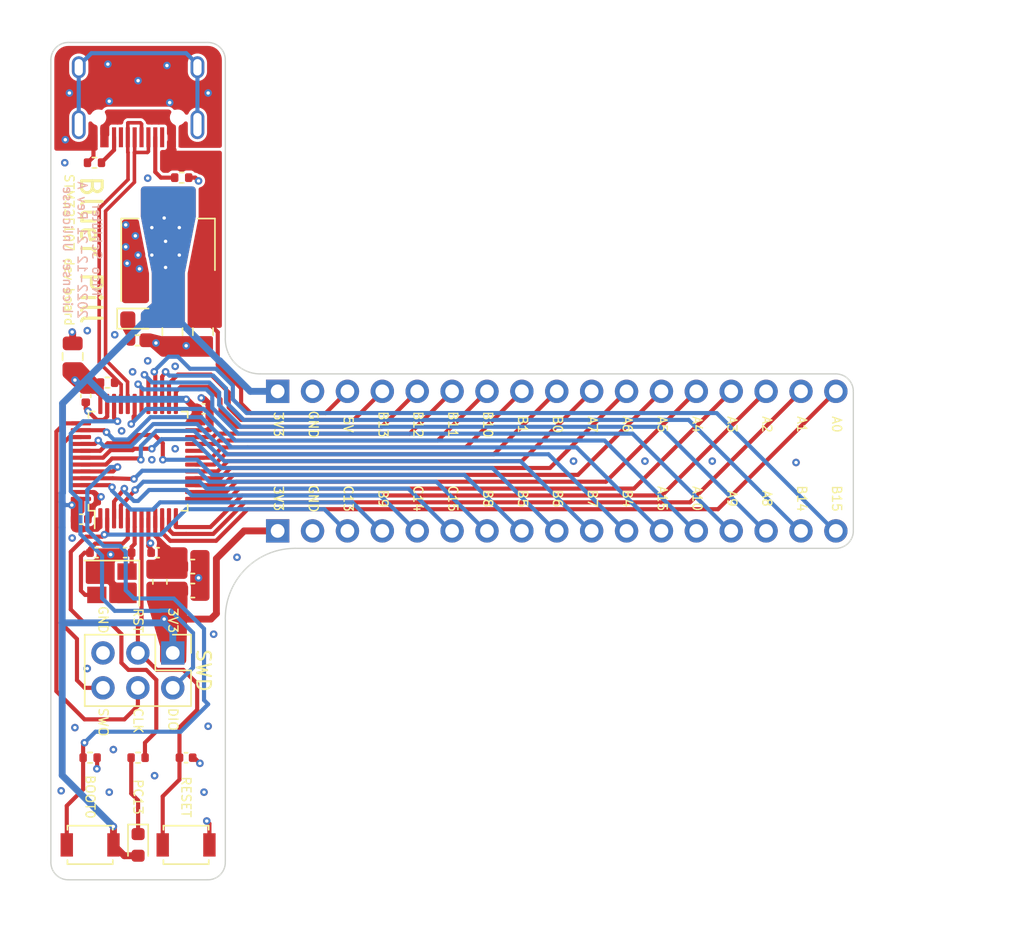
<source format=kicad_pcb>
(kicad_pcb (version 20211014) (generator pcbnew)
  (layers (0 "F.Cu" signal) (1 "In1.Cu" power) (2 "In2.Cu" power) (31 "B.Cu" signal) (34 "B.Paste" user) (35 "F.Paste" user) (36 "B.SilkS" user "B.Silkscreen") (37 "F.SilkS" user "F.Silkscreen") (38 "B.Mask" user) (39 "F.Mask" user) (44 "Edge.Cuts" user))
  (net 0 "")
  (net 1 "+3.3V")
  (net 2 "GND")
  (net 3 "+3.3VA")
  (net 4 "nRST")
  (net 5 "/HSE_IN")
  (net 6 "/HSE_OUT")
  (net 7 "VBUS")
  (net 8 "/PWLED")
  (net 9 "/C13LED")
  (net 10 "PB9")
  (net 11 "PB8")
  (net 12 "PB7")
  (net 13 "PB6")
  (net 14 "PB5")
  (net 15 "PB4")
  (net 16 "SWO")
  (net 17 "PA15")
  (net 18 "PA10")
  (net 19 "PA9")
  (net 20 "PA8")
  (net 21 "PB15")
  (net 22 "PB14")
  (net 23 "PB13")
  (net 24 "PB12")
  (net 25 "PC13")
  (net 26 "PC14")
  (net 27 "PC15")
  (net 28 "PA0")
  (net 29 "PA1")
  (net 30 "PA2")
  (net 31 "PA3")
  (net 32 "PA4")
  (net 33 "PA5")
  (net 34 "PA6")
  (net 35 "PA7")
  (net 36 "PB0")
  (net 37 "PB1")
  (net 38 "PB10")
  (net 39 "PB11")
  (net 40 "/USB_CC1")
  (net 41 "USB_D+")
  (net 42 "USB_D-")
  (net 44 "/USB_CC2")
  (net 46 "unconnected-(J3-PadS1)")
  (net 47 "SWDIO")
  (net 48 "SWCLK")
  (net 50 "BOOT0")
  (footprint "Capacitor_SMD:C_0603_1608Metric" (layer "F.Cu") (at 89.69375 136.42125)
    (fp_text reference "C7" hide)
    (fp_text value "1u")
  )
  (footprint "Button_Switch_SMD:SW_SPST_B3U-1000P" (layer "F.Cu") (at 89.2175 154.94 180)
    (fp_text reference "SW2" hide)
    (fp_text value "SW_Push")
  )
  (footprint "Resistor_SMD:R_0402_1005Metric" (layer "F.Cu") (at 88.9 106.3625)
    (fp_text reference "R3" hide)
    (fp_text value "5k1")
  )
  (footprint "Button_Switch_SMD:SW_SPST_B3U-1000P" (layer "F.Cu") (at 82.2325 154.94)
    (fp_text reference "SW1" hide)
    (fp_text value "SW_Push")
  )
  (footprint "Connector_USB:USB_C_Receptacle_HRO_TYPE-C-31-M-12" (layer "F.Cu") (at 85.725 99.3775 180)
    (fp_text reference "J3" hide)
    (fp_text value "USB_C_Receptacle_USB2.0")
  )
  (footprint "Resistor_SMD:R_0402_1005Metric" (layer "F.Cu") (at 85.6875 118.21)
    (fp_text reference "R5" hide)
    (fp_text value "1k5")
  )
  (footprint "LED_SMD:LED_0603_1608Metric" (layer "F.Cu") (at 85.6875 116.6225)
    (fp_text reference "D1" hide)
    (fp_text value "RED")
  )
  (footprint "Capacitor_SMD:C_0402_1005Metric" (layer "F.Cu") (at 81.585 131.23)
    (fp_text reference "C4" hide)
    (fp_text value "100n")
  )
  (footprint "Resistor_SMD:R_0402_1005Metric" (layer "F.Cu") (at 85.725 148.59)
    (fp_text reference "R6" hide)
    (fp_text value "1k5")
  )
  (footprint "Resistor_SMD:R_0402_1005Metric" (layer "F.Cu") (at 82.2325 148.59 180)
    (fp_text reference "R1" hide)
    (fp_text value "5k1")
  )
  (footprint "LED_SMD:LED_0603_1608Metric" (layer "F.Cu") (at 85.725 154.94 -90)
    (fp_text reference "D2" hide)
    (fp_text value "RED")
  )
  (footprint "Capacitor_SMD:C_0402_1005Metric" (layer "F.Cu") (at 82.705 133.6675)
    (fp_text reference "C9" hide)
    (fp_text value "10p")
  )
  (footprint "Capacitor_SMD:C_0402_1005Metric" (layer "F.Cu") (at 89.2175 148.59)
    (fp_text reference "C8" hide)
    (fp_text value "100n")
  )
  (footprint "Capacitor_SMD:C_0402_1005Metric" (layer "F.Cu") (at 90.4875 123.19)
    (fp_text reference "C2" hide)
    (fp_text value "100n")
  )
  (footprint "Capacitor_SMD:C_0402_1005Metric" (layer "F.Cu") (at 87.15375 133.6675 180)
    (fp_text reference "C5" hide)
    (fp_text value "10n")
  )
  (footprint "Capacitor_SMD:C_0402_1005Metric" (layer "F.Cu") (at 81.915 122.2375 -90)
    (fp_text reference "C3" hide)
    (fp_text value "100n")
  )
  (footprint "Package_TO_SOT_SMD:SOT-223-3_TabPin2" (layer "F.Cu") (at 87.91 111.25 90)
    (fp_text reference "U2" hide)
    (fp_text value "AMS1117-3.3")
  )
  (footprint "Capacitor_SMD:C_0805_2012Metric" (layer "F.Cu") (at 80.9625 119.38 90)
    (fp_text reference "C1" hide)
    (fp_text value "10u")
  )
  (footprint "Resistor_SMD:R_0402_1005Metric" (layer "F.Cu") (at 83.5025 121.285)
    (fp_text reference "R2" hide)
    (fp_text value "1k5")
  )
  (footprint "Crystal:Crystal_SMD_3225-4Pin_3.2x2.5mm" (layer "F.Cu") (at 83.82 135.89 180)
    (fp_text reference "Y1" hide)
    (fp_text value "16MHz")
  )
  (footprint "Resistor_SMD:R_0402_1005Metric" (layer "F.Cu") (at 82.55 105.2775 180)
    (fp_text reference "R4" hide)
    (fp_text value "5k1")
  )
  (footprint "Inductor_SMD:L_0603_1608Metric" (layer "F.Cu") (at 87.3125 135.78625 -90)
    (fp_text reference "FB1" hide)
    (fp_text value "120R")
  )
  (footprint "Connector_PinHeader_2.54mm:PinHeader_2x03_P2.54mm_Vertical" (layer "F.Cu") (at 88.25 140.965 -90)
    (fp_text reference "J4" hide)
    (fp_text value "Conn_02x03_Odd_Even")
  )
  (footprint "Package_QFP:LQFP-48_7x7mm_P0.5mm" (layer "F.Cu") (at 85.725 127 90)
    (fp_text reference "U1" hide)
    (fp_text value "STM32F103C8T6")
  )
  (footprint "Capacitor_SMD:C_0603_1608Metric" (layer "F.Cu") (at 89.69375 134.675)
    (fp_text reference "C6" hide)
    (fp_text value "1u")
  )
  (footprint "Capacitor_SMD:C_0402_1005Metric" (layer "F.Cu") (at 84.7725 133.6675 180)
    (fp_text reference "C10" hide)
    (fp_text value "10p")
  )
  (footprint "Capacitor_SMD:C_0805_2012Metric_Pad1.18x1.45mm_HandSolder" (layer "F.Cu") (at 88.2275 117.575 -90)
    (fp_text reference "C12" hide)
    (fp_text value "22u")
  )
  (footprint "Capacitor_SMD:C_0805_2012Metric_Pad1.18x1.45mm_HandSolder" (layer "F.Cu") (at 90.45 117.575 -90)
    (fp_text reference "C11" hide)
    (fp_text value "22u")
  )
  (footprint "Connector_PinHeader_2.54mm:PinHeader_1x17_P2.54mm_Vertical" (layer "B.Cu") (at 95.885 121.92 -90)
    (fp_text reference "J1" hide)
    (fp_text value "Conn_01x17_Male")
  )
  (footprint "Connector_PinHeader_2.54mm:PinHeader_1x17_P2.54mm_Vertical" (layer "B.Cu") (at 95.885 132.08 -90)
    (fp_text reference "J2" hide)
    (fp_text value "Conn_01x17_Male")
  )
  (gr_arc (start 94.615 120.65) (mid 92.818949 119.906051) (end 92.075 118.11) (layer "Edge.Cuts") (width 0.1))
  (gr_arc (start 137.795 132.08) (mid 137.423026 132.978026) (end 136.525 133.35) (layer "Edge.Cuts") (width 0.1))
  (gr_line (start 80.645 96.52) (end 90.805 96.52) (layer "Edge.Cuts") (width 0.1))
  (gr_arc (start 79.375 97.79) (mid 79.746974 96.891974) (end 80.645 96.52) (layer "Edge.Cuts") (width 0.1))
  (gr_line (start 94.615 120.65) (end 136.525 120.65) (layer "Edge.Cuts") (width 0.1))
  (gr_arc (start 136.525 120.65) (mid 137.423026 121.021974) (end 137.795 121.92) (layer "Edge.Cuts") (width 0.1))
  (gr_line (start 136.525 133.35) (end 97.155 133.35) (layer "Edge.Cuts") (width 0.1))
  (gr_arc (start 90.805 96.52) (mid 91.703026 96.891974) (end 92.075 97.79) (layer "Edge.Cuts") (width 0.1))
  (gr_line (start 137.795 121.92) (end 137.795 132.08) (layer "Edge.Cuts") (width 0.1))
  (gr_arc (start 92.075 156.21) (mid 91.703026 157.108026) (end 90.805 157.48) (layer "Edge.Cuts") (width 0.1))
  (gr_line (start 80.645 157.48) (end 90.805 157.48) (layer "Edge.Cuts") (width 0.1))
  (gr_line (start 92.075 118.11) (end 92.075 97.79) (layer "Edge.Cuts") (width 0.1))
  (gr_line (start 92.075 138.43) (end 92.075 156.21) (layer "Edge.Cuts") (width 0.1))
  (gr_arc (start 92.075 138.43) (mid 93.562898 134.837898) (end 97.155 133.35) (layer "Edge.Cuts") (width 0.1))
  (gr_line (start 79.375 97.79) (end 79.375 156.21) (layer "Edge.Cuts") (width 0.1))
  (gr_arc (start 80.645 157.48) (mid 79.746974 157.108026) (end 79.375 156.21) (layer "Edge.Cuts") (width 0.1))
  (gr_text "Nico Schlüter\n2022-12-21 Rev A\nLicense: Unlicense" (at 81.6575 111.6275 -90) (layer "B.SilkS") (effects (font (size 0.66 0.66) (thickness 0.1)) (justify mirror)))
  (gr_text "B9" (at 103.565 129.725 270) (layer "F.SilkS") (effects (font (size 0.66 0.66) (thickness 0.1))))
  (gr_text "B12" (at 106.105 124.3275 270) (layer "F.SilkS") (effects (font (size 0.66 0.66) (thickness 0.1))))
  (gr_text "B7" (at 118.805 129.725 270) (layer "F.SilkS") (effects (font (size 0.66 0.66) (thickness 0.1))))
  (gr_text "B14" (at 134.045 129.725 270) (layer "F.SilkS") (effects (font (size 0.66 0.66) (thickness 0.1))))
  (gr_text "A7" (at 118.805 124.3275 270) (layer "F.SilkS") (effects (font (size 0.66 0.66) (thickness 0.1))))
  (gr_text "DIO" (at 88.265 145.8 270) (layer "F.SilkS") (effects (font (size 0.66 0.66) (thickness 0.1))))
  (gr_text "GND" (at 98.485 129.725 270) (layer "F.SilkS") (effects (font (size 0.66 0.66) (thickness 0.1))))
  (gr_text "RST" (at 85.725 138.6 270) (layer "F.SilkS") (effects (font (size 0.66 0.66) (thickness 0.1))))
  (gr_text "3V3" (at 95.945 129.725 270) (layer "F.SilkS") (effects (font (size 0.66 0.66) (thickness 0.1))))
  (gr_text "B1" (at 113.725 124.3275 270) (layer "F.SilkS") (effects (font (size 0.66 0.66) (thickness 0.1))))
  (gr_text "A2" (at 131.505 124.3275 270) (layer "F.SilkS") (effects (font (size 0.66 0.66) (thickness 0.1))))
  (gr_text "B6" (at 116.265 129.725 270) (layer "F.SilkS") (effects (font (size 0.66 0.66) (thickness 0.1))))
  (gr_text "SWD" (at 90.4875 142.24 270) (layer "F.SilkS") (effects (font (size 1 1))))
  (gr_text "A4" (at 126.425 124.3275 270) (layer "F.SilkS") (effects (font (size 0.66 0.66) (thickness 0.1))))
  (gr_text "BOOT0" (at 82.2325 151.4475 270) (layer "F.SilkS") (effects (font (size 0.66 0.66) (thickness 0.1))))
  (gr_text "A6" (at 121.345 124.3275 270) (layer "F.SilkS") (effects (font (size 0.66 0.66) (thickness 0.1))))
  (gr_text "B0" (at 116.265 124.3275 270) (layer "F.SilkS") (effects (font (size 0.66 0.66) (thickness 0.1))))
  (gr_text "B15" (at 136.585 129.725 270) (layer "F.SilkS") (effects (font (size 0.66 0.66) (thickness 0.1))))
  (gr_text "SWO" (at 83.185 146 270) (layer "F.SilkS") (effects (font (size 0.66 0.66) (thickness 0.1))))
  (gr_text "A10" (at 126.425 129.725 270) (layer "F.SilkS") (effects (font (size 0.66 0.66) (thickness 0.1))))
  (gr_text "B5" (at 113.725 129.725 270) (layer "F.SilkS") (effects (font (size 0.66 0.66) (thickness 0.1))))
  (gr_text "5V" (at 101.025 124.3275 270) (layer "F.SilkS") (effects (font (size 0.66 0.66) (thickness 0.1))))
  (gr_text "GND" (at 98.485 124.3275 270) (layer "F.SilkS") (effects (font (size 0.66 0.66) (thickness 0.1))))
  (gr_text "RESET" (at 89.2175 151.4475 270) (layer "F.SilkS") (effects (font (size 0.66 0.66) (thickness 0.1))))
  (gr_text "B8" (at 111.185 129.725 270) (layer "F.SilkS") (effects (font (size 0.66 0.66) (thickness 0.1))))
  (gr_text "Bluer Pill" (at 82.2925 111.6275 270) (layer "F.SilkS") (effects (font (size 1.5 1.5) (thickness 0.225))))
  (gr_text "A8" (at 131.505 129.725 270) (layer "F.SilkS") (effects (font (size 0.66 0.66) (thickness 0.1))))
  (gr_text "B10" (at 111.185 124.3275 270) (layer "F.SilkS") (effects (font (size 0.66 0.66) (thickness 0.1))))
  (gr_text "C14" (at 106.105 129.725 270) (layer "F.SilkS") (effects (font (size 0.66 0.66) (thickness 0.1))))
  (gr_text "A9" (at 128.965 129.725 270) (layer "F.SilkS") (effects (font (size 0.66 0.66) (thickness 0.1))))
  (gr_text "C13" (at 101.025 129.725 270) (layer "F.SilkS") (effects (font (size 0.66 0.66) (thickness 0.1))))
  (gr_text "3V3" (at 88.265 138.6 270) (layer "F.SilkS") (effects (font (size 0.66 0.66) (thickness 0.1))))
  (gr_text "PC13" (at 85.725 151.4475 270) (layer "F.SilkS") (effects (font (size 0.66 0.66) (thickness 0.1))))
  (gr_text "A15" (at 123.885 129.725 270) (layer "F.SilkS") (effects (font (size 0.66 0.66) (thickness 0.1))))
  (gr_text "A1" (at 134.045 124.3275 270) (layer "F.SilkS") (effects (font (size 0.66 0.66) (thickness 0.1))))
  (gr_text "B13" (at 103.565 124.3275 270) (layer "F.SilkS") (effects (font (size 0.66 0.66) (thickness 0.1))))
  (gr_text "C15" (at 108.645 129.725 270) (layer "F.SilkS") (effects (font (size 0.66 0.66) (thickness 0.1))))
  (gr_text "3V3" (at 95.945 124.3275 270) (layer "F.SilkS") (effects (font (size 0.66 0.66) (thickness 0.1))))
  (gr_text "A5" (at 123.885 124.3275 270) (layer "F.SilkS") (effects (font (size 0.66 0.66) (thickness 0.1))))
  (gr_text "STM32F107 dev board" (at 80.705 111.6275 270) (layer "F.SilkS") (effects (font (size 0.66 0.66) (thickness 0.1))))
  (gr_text "A0" (at 136.585 124.3275 270) (layer "F.SilkS") (effects (font (size 0.66 0.66) (thickness 0.1))))
  (gr_text "GND" (at 83.175 138.55 270) (layer "F.SilkS") (effects (font (size 0.66 0.66) (thickness 0.1))))
  (gr_text "A3" (at 128.965 124.3275 270) (layer "F.SilkS") (effects (font (size 0.66 0.66) (thickness 0.1))))
  (gr_text "B4" (at 121.345 129.725 270) (layer "F.SilkS") (effects (font (size 0.66 0.66) (thickness 0.1))))
  (gr_text "CLK" (at 85.725 145.9 270) (layer "F.SilkS") (effects (font (size 0.66 0.66) (thickness 0.1))))
  (gr_text "B11" (at 108.645 124.3275 270) (layer "F.SilkS") (effects (font (size 0.66 0.66) (thickness 0.1))))
  (segment (start 91.425 134.1) (end 91.425 138.1) (width 0.5) (layer "F.Cu") (net 1))
  (segment (start 91.025 138.5) (end 87.625 138.5) (width 0.5) (layer "F.Cu") (net 1))
  (segment (start 85.725 155.7275) (end 84.72 155.7275) (width 0.5) (layer "F.Cu") (net 1))
  (segment (start 91.425 138.1) (end 91.025 138.5) (width 0.5) (layer "F.Cu") (net 1))
  (segment (start 89.915 123.19) (end 89.225 122.5) (width 0.5) (layer "F.Cu") (net 1))
  (segment (start 83.9325 153.6075) (end 83.925 153.6) (width 0.5) (layer "F.Cu") (net 1))
  (segment (start 90.0075 123.19) (end 89.915 123.19) (width 0.5) (layer "F.Cu") (net 1))
  (segment (start 83.9325 154.94) (end 83.9325 153.6075) (width 0.5) (layer "F.Cu") (net 1))
  (segment (start 95.885 132.08) (end 93.445 132.08) (width 0.5) (layer "F.Cu") (net 1))
  (segment (start 81.5625 129.75) (end 81.3495 129.75) (width 0.3) (layer "F.Cu") (net 1))
  (segment (start 93.445 132.08) (end 91.425 134.1) (width 0.5) (layer "F.Cu") (net 1))
  (segment (start 84.72 155.7275) (end 83.9325 154.94) (width 0.5) (layer "F.Cu") (net 1))
  (segment (start 81.3495 129.75) (end 80.8995 130.2) (width 0.3) (layer "F.Cu") (net 1))
  (via (at 88.725 110) (size 0.55) (drill 0.25) (layers "F.Cu" "B.Cu") (net 1))
  (via (at 81.125 121.1) (size 0.55) (drill 0.25) (layers "F.Cu" "B.Cu") (net 1))
  (via (at 80.8995 130.2) (size 0.55) (drill 0.25) (layers "F.Cu" "B.Cu") (net 1))
  (via (at 87.725 111) (size 0.55) (drill 0.25) (layers "F.Cu" "B.Cu") (net 1))
  (via (at 86.725 112) (size 0.55) (drill 0.25) (layers "F.Cu" "B.Cu") (net 1))
  (via (at 83.925 153.6) (size 0.55) (drill 0.25) (layers "F.Cu" "B.Cu") (net 1))
  (via (at 87.625 109.3) (size 0.55) (drill 0.25) (layers "F.Cu" "B.Cu") (net 1))
  (via (at 89.225 122.5) (size 0.55) (drill 0.25) (layers "F.Cu" "B.Cu") (net 1))
  (via (at 86.725 110) (size 0.55) (drill 0.25) (layers "F.Cu" "B.Cu") (net 1))
  (via (at 88.725 112) (size 0.55) (drill 0.25) (layers "F.Cu" "B.Cu") (net 1))
  (via (at 87.725 112.9) (size 0.55) (drill 0.25) (layers "F.Cu" "B.Cu") (net 1))
  (via (at 87.625 138.5) (size 0.55) (drill 0.25) (layers "F.Cu" "B.Cu") (net 1))
  (segment (start 93.893529 121.92) (end 91.673529 119.7) (width 0.5) (layer "B.Cu") (net 1))
  (segment (start 80.2 138.775) (end 87.6 138.775) (width 0.5) (layer "B.Cu") (net 1))
  (segment (start 80.8995 130.2) (end 80.425 130.2) (width 0.3) (layer "B.Cu") (net 1))
  (segment (start 80.225 129.3) (end 80.225 122.8) (width 0.5) (layer "B.Cu") (net 1))
  (segment (start 88.325 139.5) (end 88.25 139.575) (width 0.5) (layer "B.Cu") (net 1))
  (segment (start 80.225 122.8) (end 81.525 121.5) (width 0.5) (layer "B.Cu") (net 1))
  (segment (start 80.2 149.875) (end 83.925 153.6) (width 0.5) (layer "B.Cu") (net 1))
  (segment (start 80.2 129.975) (end 80.2 131.825) (width 0.5) (layer "B.Cu") (net 1))
  (segment (start 80.2 131.825) (end 80.2 138.775) (width 0.5) (layer "B.Cu") (net 1))
  (segment (start 80.225 129.3) (end 80.2 129.325) (width 0.5) (layer "B.Cu") (net 1))
  (segment (start 80.425 130.2) (end 80.2 129.975) (width 0.3) (layer "B.Cu") (net 1))
  (segment (start 81.125 121.1) (end 81.525 121.5) (width 0.5) (layer "B.Cu") (net 1))
  (segment (start 91.673529 119.7) (end 91.625 119.7) (width 0.5) (layer "B.Cu") (net 1))
  (segment (start 88.25 139.575) (end 88.25 140.965) (width 0.5) (layer "B.Cu") (net 1))
  (segment (start 87.825 115.9) (end 87.125 115.9) (width 0.5) (layer "B.Cu") (net 1))
  (segment (start 81.525 121.5) (end 82.025 121) (width 0.5) (layer "B.Cu") (net 1))
  (segment (start 80.2 138.775) (end 80.2 149.875) (width 0.5) (layer "B.Cu") (net 1))
  (segment (start 83.525 122.5) (end 82.025 121) (width 0.5) (layer "B.Cu") (net 1))
  (segment (start 89.225 122.5) (end 83.525 122.5) (width 0.5) (layer "B.Cu") (net 1))
  (segment (start 87.125 115.9) (end 82.025 121) (width 0.5) (layer "B.Cu") (net 1))
  (segment (start 95.885 121.92) (end 93.893529 121.92) (width 0.5) (layer "B.Cu") (net 1))
  (segment (start 80.2 129.325) (end 80.2 129.975) (width 0.5) (layer "B.Cu") (net 1))
  (segment (start 91.625 119.7) (end 87.825 115.9) (width 0.5) (layer "B.Cu") (net 1))
  (segment (start 87.6 138.775) (end 88.325 139.5) (width 0.5) (layer "B.Cu") (net 1))
  (segment (start 86.475 133.15) (end 86.475 133.1245) (width 0.3) (layer "F.Cu") (net 2))
  (segment (start 90.425 122.4) (end 90.325 122.4) (width 0.3) (layer "F.Cu") (net 2))
  (segment (start 89.815 148.59) (end 90.225 149) (width 0.3) (layer "F.Cu") (net 2))
  (segment (start 90.9675 123.19) (end 90.9675 122.9425) (width 0.5) (layer "F.Cu") (net 2))
  (segment (start 81.915 122.7175) (end 81.915 123.19) (width 0.3) (layer "F.Cu") (net 2))
  (segment (start 80.9625 118.43) (end 80.9625 117.6375) (width 0.5) (layer "F.Cu") (net 2))
  (segment (start 80.9625 117.6375) (end 80.925 117.6) (width 0.5) (layer "F.Cu") (net 2))
  (segment (start 81.915 123.19) (end 82.725 124) (width 0.3) (layer "F.Cu") (net 2))
  (segment (start 90.9675 122.9425) (end 90.525 122.5) (width 0.5) (layer "F.Cu") (net 2))
  (segment (start 89.8875 106.3625) (end 90.125 106.6) (width 0.3) (layer "F.Cu") (net 2))
  (segment (start 86.475 133.19) (end 86.655 133.37) (width 0.3) (layer "F.Cu") (net 2))
  (segment (start 86.475 131.1625) (end 86.475 133.15) (width 0.3) (layer "F.Cu") (net 2))
  (segment (start 89.41 106.3625) (end 89.8875 106.3625) (width 0.3) (layer "F.Cu") (net 2))
  (segment (start 82.725 124) (end 83.225 124) (width 0.3) (layer "F.Cu") (net 2))
  (segment (start 82.7425 149.3825) (end 82.725 149.4) (width 0.3) (layer "F.Cu") (net 2))
  (segment (start 86.475 133.15) (end 86.475 133.19) (width 0.3) (layer "F.Cu") (net 2))
  (segment (start 90.525 122.5) (end 90.425 122.4) (width 0.3) (layer "F.Cu") (net 2))
  (segment (start 90.9175 154.94) (end 90.9175 153.3925) (width 0.3) (layer "F.Cu") (net 2))
  (segment (start 90.9175 153.3925) (end 90.725 153.2) (width 0.3) (layer "F.Cu") (net 2))
  (segment (start 82.475 104.85) (end 82.475 103.4225) (width 0.3) (layer "F.Cu") (net 2))
  (segment (start 83.475 123.75) (end 83.475 122.8375) (width 0.3) (layer "F.Cu") (net 2))
  (segment (start 82.04 105.285) (end 82.475 104.85) (width 0.3) (layer "F.Cu") (net 2))
  (segment (start 83.225 124) (end 83.475 123.75) (width 0.3) (layer "F.Cu") (net 2))
  (segment (start 82.7425 148.59) (end 82.7425 149.3825) (width 0.3) (layer "F.Cu") (net 2))
  (segment (start 86.475 133.1245) (end 86.625 132.9745) (width 0.3) (layer "F.Cu") (net 2))
  (segment (start 89.6975 148.59) (end 89.815 148.59) (width 0.3) (layer "F.Cu") (net 2))
  (via (at 86.925 149.9) (size 0.55) (drill 0.25) (layers "F.Cu" "B.Cu") (net 2))
  (via (at 84.825 111.4) (size 0.55) (drill 0.25) (layers "F.Cu" "B.Cu") (net 2))
  (via (at 90.125 106.6) (size 0.55) (drill 0.25) (layers "F.Cu" "B.Cu") (net 2))
  (via (at 83.925 148) (size 0.55) (drill 0.25) (layers "F.Cu" "B.Cu") (net 2))
  (via (at 88.025 100.9) (size 0.55) (drill 0.25) (layers "F.Cu" "B.Cu") (net 2))
  (via (at 88.425 126.1) (size 0.55) (drill 0.25) (layers "F.Cu" "B.Cu") (net 2))
  (via (at 85.325 120.5) (size 0.55) (drill 0.25) (layers "F.Cu" "B.Cu") (net 2))
  (via (at 84.825 109.8) (size 0.55) (drill 0.25) (layers "F.Cu" "B.Cu") (net 2))
  (via (at 90.525 151.1) (size 0.55) (drill 0.25) (layers "F.Cu" "B.Cu") (net 2))
  (via (at 90.725 153.2) (size 0.55) (drill 0.25) (layers "F.Cu" "B.Cu") (net 2))
  (via (at 80.3875 105.2775) (size 0.55) (drill 0.25) (layers "F.Cu" "B.Cu") (net 2))
  (via (at 86.425 106.4) (size 0.55) (drill 0.25) (layers "F.Cu" "B.Cu") (net 2))
  (via (at 86.725 126.9) (size 0.55) (drill 0.25) (layers "F.Cu" "B.Cu") (net 2))
  (via (at 92.925 134) (size 0.55) (drill 0.25) (layers "F.Cu" "B.Cu") (net 2))
  (via (at 80.125 151) (size 0.55) (drill 0.25) (layers "F.Cu" "B.Cu") (net 2))
  (via (at 80.425 103.6) (size 0.55) (drill 0.25) (layers "F.Cu" "B.Cu") (net 2))
  (via (at 127.525 127) (size 0.55) (drill 0.25) (layers "F.Cu" "B.Cu") (net 2))
  (via (at 87.825 98.2) (size 0.55) (drill 0.25) (layers "F.Cu" "B.Cu") (net 2))
  (via (at 133.625 127.1) (size 0.55) (drill 0.25) (layers "F.Cu" "B.Cu") (net 2))
  (via (at 80.925 132.6) (size 0.55) (drill 0.25) (layers "F.Cu" "B.Cu") (net 2))
  (via (at 82.725 149.4) (size 0.55) (drill 0.25) (layers "F.Cu" "B.Cu") (net 2))
  (via (at 80.925 117.6) (size 0.55) (drill 0.25) (layers "F.Cu" "B.Cu") (net 2))
  (via (at 83.525 98.1) (size 0.55) (drill 0.25) (layers "F.Cu" "B.Cu") (net 2))
  (via (at 83.625 151.1) (size 0.55) (drill 0.25) (layers "F.Cu" "B.Cu") (net 2))
  (via (at 86.425 119.7) (size 0.55) (drill 0.25) (layers "F.Cu" "B.Cu") (net 2))
  (via (at 84.025 117.8) (size 0.55) (drill 0.25) (layers "F.Cu" "B.Cu") (net 2))
  (via (at 83.025 129.6) (size 0.55) (drill 0.25) (layers "F.Cu" "B.Cu") (net 2))
  (via (at 82.075 123.35) (size 0.55) (drill 0.25) (layers "F.Cu" "B.Cu") (net 2))
  (via (at 85.725 99.3) (size 0.55) (drill 0.25) (layers "F.Cu" "B.Cu") (net 2))
  (via (at 91.225 139.6) (size 0.55) (drill 0.25) (layers "F.Cu" "B.Cu") (net 2))
  (via (at 80.725 100.2) (size 0.55) (drill 0.25) (layers "F.Cu" "B.Cu") (net 2))
  (via (at 90.225 149) (size 0.55) (drill 0.25) (layers "F.Cu" "B.Cu") (net 2))
  (via (at 86.625 132.9745) (size 0.55) (drill 0.25) (layers "F.Cu" "B.Cu") (net 2))
  (via (at 117.425 127) (size 0.55) (drill 0.25) (layers "F.Cu" "B.Cu") (net 2))
  (via (at 85.725 112) (size 0.55) (drill 0.25) (layers "F.Cu" "B.Cu") (net 2))
  (via (at 90.825 100.2) (size 0.55) (drill 0.25) (layers "F.Cu" "B.Cu") (net 2))
  (via (at 83.625 100.8) (size 0.55) (drill 0.25) (layers "F.Cu" "B.Cu") (net 2))
  (via (at 81.125 146.4) (size 0.55) (drill 0.25) (layers "F.Cu" "B.Cu") (net 2))
  (via (at 89.225 118.6) (size 0.55) (drill 0.25) (layers "F.Cu" "B.Cu") (net 2))
  (via (at 90.125 135.5) (size 0.55) (drill 0.25) (layers "F.Cu" "B.Cu") (net 2))
  (via (at 122.625 127) (size 0.55) (drill 0.25) (layers "F.Cu" "B.Cu") (net 2))
  (via (at 84.525 124.8) (size 0.55) (drill 0.25) (layers "F.Cu" "B.Cu") (net 2))
  (via (at 85.825 113) (size 0.55) (drill 0.25) (layers "F.Cu" "B.Cu") (net 2))
  (via (at 88.425 120.1) (size 0.55) (drill 0.25) (layers "F.Cu" "B.Cu") (net 2))
  (via (at 90.825 146.3) (size 0.55) (drill 0.25) (layers "F.Cu" "B.Cu") (net 2))
  (via (at 82.025 142.1) (size 0.55) (drill 0.25) (layers "F.Cu" "B.Cu") (net 2))
  (via (at 83.725 133.8) (size 0.55) (drill 0.25) (layers "F.Cu" "B.Cu") (net 2))
  (via (at 82.025 117.5) (size 0.55) (drill 0.25) (layers "F.Cu" "B.Cu") (net 2))
  (via (at 87.025 118.4) (size 0.55) (drill 0.25) (layers "F.Cu" "B.Cu") (net 2))
  (via (at 90.325 122.4) (size 0.55) (drill 0.25) (layers "F.Cu" "B.Cu") (net 2))
  (via (at 85.525 110.6) (size 0.55) (drill 0.25) (layers "F.Cu" "B.Cu") (net 2))
  (via (at 84.925 112.6) (size 0.55) (drill 0.25) (layers "F.Cu" "B.Cu") (net 2))
  (segment (start 88.7375 148.59) (end 88.7375 146.3875) (width 0.3) (layer "F.Cu") (net 4))
  (segment (start 89.025 142.2) (end 87.085 142.2) (width 0.3) (layer "F.Cu") (net 4))
  (segment (start 88.7375 150.1875) (end 87.5175 151.4075) (width 0.3) (layer "F.Cu") (net 4))
  (segment (start 85.975 138.815) (end 85.975 131.1625) (width 0.3) (layer "F.Cu") (net 4))
  (segment (start 85.71 140.965) (end 85.71 139.08) (width 0.3) (layer "F.Cu") (net 4))
  (segment (start 90.025 143.2) (end 89.025 142.2) (width 0.3) (layer "F.Cu") (net 4))
  (segment (start 88.7375 148.59) (end 88.7375 150.1875) (width 0.3) (layer "F.Cu") (net 4))
  (segment (start 85.71 139.08) (end 85.975 138.815) (width 0.3) (layer "F.Cu") (net 4))
  (segment (start 87.085 142.2) (end 85.85 140.965) (width 0.3) (layer "F.Cu") (net 4))
  (segment (start 90.025 145.1) (end 90.025 143.2) (width 0.3) (layer "F.Cu") (net 4))
  (segment (start 88.7375 146.3875) (end 90.025 145.1) (width 0.3) (layer "F.Cu") (net 4))
  (segment (start 87.5175 151.4075) (end 87.5175 154.94) (width 0.3) (layer "F.Cu") (net 4))
  (segment (start 81.565 133.935) (end 81.565 136.435) (width 0.3) (layer "F.Cu") (net 5))
  (segment (start 82.225 133.6675) (end 81.8325 133.6675) (width 0.3) (layer "F.Cu") (net 5))
  (segment (start 84.975 132.636041) (end 84.603541 133.0075) (width 0.3) (layer "F.Cu") (net 5))
  (segment (start 81.87 136.74) (end 82.72 136.74) (width 0.3) (layer "F.Cu") (net 5))
  (segment (start 82.225 133.375) (end 82.225 133.6675) (width 0.3) (layer "F.Cu") (net 5))
  (segment (start 84.603541 133.0075) (end 82.5925 133.0075) (width 0.3) (layer "F.Cu") (net 5))
  (segment (start 81.565 136.435) (end 81.87 136.74) (width 0.3) (layer "F.Cu") (net 5))
  (segment (start 82.5925 133.0075) (end 82.225 133.375) (width 0.3) (layer "F.Cu") (net 5))
  (segment (start 84.975 131.1625) (end 84.975 132.636041) (width 0.3) (layer "F.Cu") (net 5))
  (segment (start 81.8325 133.6675) (end 81.565 133.935) (width 0.3) (layer "F.Cu") (net 5))
  (segment (start 85.2525 134.7075) (end 84.92 135.04) (width 0.3) (layer "F.Cu") (net 6))
  (segment (start 85.2525 133.6675) (end 85.2525 134.7075) (width 0.3) (layer "F.Cu") (net 6))
  (segment (start 85.475 133.025) (end 85.475 131.7975) (width 0.3) (layer "F.Cu") (net 6))
  (segment (start 85.2525 133.6675) (end 85.2525 133.2475) (width 0.3) (layer "F.Cu") (net 6))
  (segment (start 85.2525 133.2475) (end 85.475 133.025) (width 0.3) (layer "F.Cu") (net 6))
  (segment (start 93.925 123.5) (end 99.385 123.5) (width 0.3) (layer "F.Cu") (net 7))
  (segment (start 91.525 120) (end 93.225 121.7) (width 0.3) (layer "F.Cu") (net 7))
  (segment (start 99.385 123.5) (end 100.965 121.92) (width 0.3) (layer "F.Cu") (net 7))
  (segment (start 93.225 121.7) (end 93.225 122.8) (width 0.3) (layer "F.Cu") (net 7))
  (segment (start 93.225 122.8) (end 93.925 123.5) (width 0.3) (layer "F.Cu") (net 7))
  (segment (start 90.45 116.5375) (end 91.525 117.6125) (width 0.3) (layer "F.Cu") (net 7))
  (segment (start 91.525 117.6125) (end 91.525 120) (width 0.3) (layer "F.Cu") (net 7))
  (segment (start 85.225 151.2) (end 85.725 151.7) (width 0.3) (layer "F.Cu") (net 9))
  (segment (start 85.725 151.7) (end 85.725 154.1525) (width 0.3) (layer "F.Cu") (net 9))
  (segment (start 85.225 148.6) (end 85.225 151.2) (width 0.3) (layer "F.Cu") (net 9))
  (segment (start 85.215 148.59) (end 85.225 148.6) (width 0.3) (layer "F.Cu") (net 9))
  (segment (start 81.5625 128.75) (end 83.675 128.75) (width 0.3) (layer "F.Cu") (net 10))
  (segment (start 83.675 128.75) (end 83.825 128.9) (width 0.3) (layer "F.Cu") (net 10))
  (via (at 83.825 128.9) (size 0.55) (drill 0.25) (layers "F.Cu" "B.Cu") (net 10))
  (segment (start 101.325 130) (end 103.405 132.08) (width 0.3) (layer "B.Cu") (net 10))
  (segment (start 83.825 128.9) (end 83.825 129.15) (width 0.3) (layer "B.Cu") (net 10))
  (segment (start 87.325 130) (end 101.325 130) (width 0.3) (layer "B.Cu") (net 10))
  (segment (start 85.2 130.525) (end 86.8 130.525) (width 0.3) (layer "B.Cu") (net 10))
  (segment (start 86.8 130.525) (end 87.325 130) (width 0.3) (layer "B.Cu") (net 10))
  (segment (start 83.825 129.15) (end 85.2 130.525) (width 0.3) (layer "B.Cu") (net 10))
  (segment (start 83.875 128.25) (end 81.5625 128.25) (width 0.3) (layer "F.Cu") (net 11))
  (segment (start 85.425 128.3) (end 83.875 128.25) (width 0.3) (layer "F.Cu") (net 11))
  (via (at 85.425 128.3) (size 0.55) (drill 0.25) (layers "F.Cu" "B.Cu") (net 11))
  (segment (start 90.117894 127.7) (end 90.917894 128.5) (width 0.3) (layer "B.Cu") (net 11))
  (segment (start 85.425 128.3) (end 86.025 127.7) (width 0.3) (layer "B.Cu") (net 11))
  (segment (start 86.025 127.7) (end 90.117894 127.7) (width 0.3) (layer "B.Cu") (net 11))
  (segment (start 90.917894 128.5) (end 107.445 128.5) (width 0.3) (layer "B.Cu") (net 11))
  (segment (start 107.445 128.5) (end 111.025 132.08) (width 0.3) (layer "B.Cu") (net 11))
  (segment (start 83.382106 127.25) (end 83.828553 126.803553) (width 0.3) (layer "F.Cu") (net 12))
  (segment (start 81.5625 127.25) (end 83.382106 127.25) (width 0.3) (layer "F.Cu") (net 12))
  (segment (start 85.828553 126.803553) (end 85.925 126.9) (width 0.3) (layer "F.Cu") (net 12))
  (segment (start 83.828553 126.803553) (end 85.828553 126.803553) (width 0.3) (layer "F.Cu") (net 12))
  (via (at 85.925 126.9) (size 0.55) (drill 0.25) (layers "F.Cu" "B.Cu") (net 12))
  (segment (start 85.925 125.914213) (end 87.039212 124.8) (width 0.3) (layer "B.Cu") (net 12))
  (segment (start 113.565 127) (end 118.645 132.08) (width 0.3) (layer "B.Cu") (net 12))
  (segment (start 89.810787 124.8) (end 92.010787 127) (width 0.3) (layer "B.Cu") (net 12))
  (segment (start 92.010787 127) (end 113.565 127) (width 0.3) (layer "B.Cu") (net 12))
  (segment (start 87.039212 124.8) (end 89.810787 124.8) (width 0.3) (layer "B.Cu") (net 12))
  (segment (start 85.925 126.9) (end 85.925 125.914213) (width 0.3) (layer "B.Cu") (net 12))
  (segment (start 81.5625 126.75) (end 83.175 126.75) (width 0.3) (layer "F.Cu") (net 13))
  (segment (start 83.175 126.75) (end 83.725 126.2) (width 0.3) (layer "F.Cu") (net 13))
  (segment (start 85.432106 126.1) (end 86.725 126.1) (width 0.3) (layer "F.Cu") (net 13))
  (segment (start 85.332106 126.2) (end 85.432106 126.1) (width 0.3) (layer "F.Cu") (net 13))
  (segment (start 83.725 126.2) (end 85.332106 126.2) (width 0.3) (layer "F.Cu") (net 13))
  (via (at 86.725 126.1) (size 0.55) (drill 0.25) (layers "F.Cu" "B.Cu") (net 13))
  (segment (start 87.425 125.4) (end 89.703681 125.4) (width 0.3) (layer "B.Cu") (net 13))
  (segment (start 89.703681 125.4) (end 91.803681 127.5) (width 0.3) (layer "B.Cu") (net 13))
  (segment (start 111.525 127.5) (end 116.105 132.08) (width 0.3) (layer "B.Cu") (net 13))
  (segment (start 86.725 126.1) (end 87.425 125.4) (width 0.3) (layer "B.Cu") (net 13))
  (segment (start 91.803681 127.5) (end 111.525 127.5) (width 0.3) (layer "B.Cu") (net 13))
  (segment (start 85.125 125.7) (end 85.725 125.1) (width 0.3) (layer "F.Cu") (net 14))
  (segment (start 82.958884 126.25) (end 83.508884 125.7) (width 0.3) (layer "F.Cu") (net 14))
  (segment (start 81.5625 126.25) (end 82.958884 126.25) (width 0.3) (layer "F.Cu") (net 14))
  (segment (start 86.925 125.1) (end 87.525 125.7) (width 0.3) (layer "F.Cu") (net 14))
  (segment (start 85.725 125.1) (end 86.925 125.1) (width 0.3) (layer "F.Cu") (net 14))
  (segment (start 83.508884 125.7) (end 85.125 125.7) (width 0.3) (layer "F.Cu") (net 14))
  (segment (start 87.525 125.7) (end 87.525 126.9) (width 0.3) (layer "F.Cu") (net 14))
  (via (at 87.525 126.9) (size 0.55) (drill 0.25) (layers "F.Cu" "B.Cu") (net 14))
  (segment (start 90.025 126.9) (end 91.125 128) (width 0.3) (layer "B.Cu") (net 14))
  (segment (start 87.525 126.9) (end 90.025 126.9) (width 0.3) (layer "B.Cu") (net 14))
  (segment (start 109.485 128) (end 113.565 132.08) (width 0.3) (layer "B.Cu") (net 14))
  (segment (start 91.125 128) (end 109.485 128) (width 0.3) (layer "B.Cu") (net 14))
  (segment (start 82.575 125.75) (end 82.825 125.5) (width 0.3) (layer "F.Cu") (net 15))
  (segment (start 81.5625 125.75) (end 82.575 125.75) (width 0.3) (layer "F.Cu") (net 15))
  (via (at 82.825 125.5) (size 0.55) (drill 0.25) (layers "F.Cu" "B.Cu") (net 15))
  (segment (start 83.25 125.925) (end 85.207107 125.925) (width 0.3) (layer "B.Cu") (net 15))
  (segment (start 90.025 124.307107) (end 92.217893 126.5) (width 0.3) (layer "B.Cu") (net 15))
  (segment (start 92.217893 126.5) (end 115.605 126.5) (width 0.3) (layer "B.Cu") (net 15))
  (segment (start 82.825 125.5) (end 83.25 125.925) (width 0.3) (layer "B.Cu") (net 15))
  (segment (start 90.025 124.3) (end 90.025 124.307107) (width 0.3) (layer "B.Cu") (net 15))
  (segment (start 86.832106 124.3) (end 90.025 124.3) (width 0.3) (layer "B.Cu") (net 15))
  (segment (start 85.207107 125.925) (end 86.832106 124.3) (width 0.3) (layer "B.Cu") (net 15))
  (segment (start 115.605 126.5) (end 121.185 132.08) (width 0.3) (layer "B.Cu") (net 15))
  (segment (start 80.723959 125.25) (end 80.275 125.698959) (width 0.3) (layer "F.Cu") (net 16))
  (segment (start 81.275 139.95) (end 81.275 142.95) (width 0.3) (layer "F.Cu") (net 16))
  (segment (start 81.5625 125.25) (end 80.723959 125.25) (width 0.3) (layer "F.Cu") (net 16))
  (segment (start 81.275 142.95) (end 81.83 143.505) (width 0.3) (layer "F.Cu") (net 16))
  (segment (start 80.275 138.95) (end 81.275 139.95) (width 0.3) (layer "F.Cu") (net 16))
  (segment (start 81.83 143.505) (end 83.17 143.505) (width 0.3) (layer "F.Cu") (net 16))
  (segment (start 80.275 125.698959) (end 80.275 138.95) (width 0.3) (layer "F.Cu") (net 16))
  (segment (start 83.275 124.75) (end 83.425 124.9) (width 0.3) (layer "F.Cu") (net 17))
  (segment (start 81.5625 124.75) (end 83.275 124.75) (width 0.3) (layer "F.Cu") (net 17))
  (via (at 83.425 124.9) (size 0.55) (drill 0.25) (layers "F.Cu" "B.Cu") (net 17))
  (segment (start 83.425 124.9) (end 83.95 125.425) (width 0.3) (layer "B.Cu") (net 17))
  (segment (start 117.645 126) (end 93.7 126) (width 0.3) (layer "B.Cu") (net 17))
  (segment (start 85 125.425) (end 86.625 123.8) (width 0.3) (layer "B.Cu") (net 17))
  (segment (start 86.625 123.8) (end 90.325 123.8) (width 0.3) (layer "B.Cu") (net 17))
  (segment (start 93.7 126) (end 92.425 126) (width 0.3) (layer "B.Cu") (net 17))
  (segment (start 90.325 123.8) (end 92.525 126) (width 0.3) (layer "B.Cu") (net 17))
  (segment (start 83.95 125.425) (end 85 125.425) (width 0.3) (layer "B.Cu") (net 17))
  (segment (start 123.725 132.08) (end 117.645 126) (width 0.3) (layer "B.Cu") (net 17))
  (segment (start 85.4 123.751041) (end 85.475 123.676041) (width 0.3) (layer "F.Cu") (net 18))
  (segment (start 85.4 124.125) (end 85.4 123.751041) (width 0.3) (layer "F.Cu") (net 18))
  (segment (start 85.475 123.676041) (end 85.475 123.6) (width 0.3) (layer "F.Cu") (net 18))
  (segment (start 85.225 124.3) (end 85.4 124.125) (width 0.3) (layer "F.Cu") (net 18))
  (via (at 85.225 124.3) (size 0.55) (drill 0.25) (layers "F.Cu" "B.Cu") (net 18))
  (segment (start 90.496576 123.2) (end 86.325 123.2) (width 0.3) (layer "B.Cu") (net 18))
  (segment (start 92.796576 125.5) (end 90.496576 123.2) (width 0.3) (layer "B.Cu") (net 18))
  (segment (start 119.685 125.5) (end 92.796576 125.5) (width 0.3) (layer "B.Cu") (net 18))
  (segment (start 126.265 132.08) (end 119.685 125.5) (width 0.3) (layer "B.Cu") (net 18))
  (segment (start 86.325 123.2) (end 85.225 124.3) (width 0.3) (layer "B.Cu") (net 18))
  (segment (start 85.975 121.65) (end 85.725 121.4) (width 0.3) (layer "F.Cu") (net 19))
  (segment (start 85.975 122.8375) (end 85.975 121.65) (width 0.3) (layer "F.Cu") (net 19))
  (via (at 85.725 121.4) (size 0.55) (drill 0.25) (layers "F.Cu" "B.Cu") (net 19))
  (segment (start 86.1 121.775) (end 85.725 121.4) (width 0.3) (layer "B.Cu") (net 19))
  (segment (start 93.003682 125) (end 91.125 123.121318) (width 0.3) (layer "B.Cu") (net 19))
  (segment (start 90.15 121.775) (end 86.1 121.775) (width 0.3) (layer "B.Cu") (net 19))
  (segment (start 90.692894 121.775) (end 91.125 122.207106) (width 0.3) (layer "B.Cu") (net 19))
  (segment (start 91.125 123.121318) (end 91.125 122.207106) (width 0.3) (layer "B.Cu") (net 19))
  (segment (start 128.805 132.08) (end 121.725 125) (width 0.3) (layer "B.Cu") (net 19))
  (segment (start 121.725 125) (end 93.003682 125) (width 0.3) (layer "B.Cu") (net 19))
  (segment (start 90.15 121.775) (end 90.692894 121.775) (width 0.3) (layer "B.Cu") (net 19))
  (segment (start 86.187056 120.711501) (end 86.475 120.999445) (width 0.3) (layer "F.Cu") (net 20))
  (segment (start 86.475 120.999445) (end 86.475 122.8375) (width 0.3) (layer "F.Cu") (net 20))
  (via (at 86.187056 120.711501) (size 0.55) (drill 0.25) (layers "F.Cu" "B.Cu") (net 20))
  (segment (start 86.738851 121.275) (end 86.738851 121.263296) (width 0.3) (layer "B.Cu") (net 20))
  (segment (start 86.738851 121.263296) (end 86.187056 120.711501) (width 0.3) (layer "B.Cu") (net 20))
  (segment (start 86.738851 121.275) (end 90.9 121.275) (width 0.3) (layer "B.Cu") (net 20))
  (segment (start 131.345 132.08) (end 123.765 124.5) (width 0.3) (layer "B.Cu") (net 20))
  (segment (start 93.210788 124.5) (end 91.625 122.914212) (width 0.3) (layer "B.Cu") (net 20))
  (segment (start 90.95 121.325) (end 91.075 121.45) (width 0.3) (layer "B.Cu") (net 20))
  (segment (start 91.175 121.55) (end 91.075 121.45) (width 0.3) (layer "B.Cu") (net 20))
  (segment (start 91.625 122) (end 91.175 121.55) (width 0.3) (layer "B.Cu") (net 20))
  (segment (start 90.9 121.275) (end 91.175 121.55) (width 0.3) (layer "B.Cu") (net 20))
  (segment (start 123.765 124.5) (end 93.210788 124.5) (width 0.3) (layer "B.Cu") (net 20))
  (segment (start 91.625 122.914212) (end 91.625 122) (width 0.3) (layer "B.Cu") (net 20))
  (segment (start 86.975 122.8375) (end 86.975 120.564761) (width 0.3) (layer "F.Cu") (net 21))
  (segment (start 86.975 120.564761) (end 86.904335 120.494096) (width 0.3) (layer "F.Cu") (net 21))
  (via (at 86.904335 120.494096) (size 0.55) (drill 0.25) (layers "F.Cu" "B.Cu") (net 21))
  (segment (start 87.941116 119.4) (end 86.904335 120.436781) (width 0.3) (layer "B.Cu") (net 21))
  (segment (start 88.625 119.4) (end 87.941116 119.4) (width 0.3) (layer "B.Cu") (net 21))
  (segment (start 92.625 121.5) (end 91.400001 120.275) (width 0.3) (layer "B.Cu") (net 21))
  (segment (start 91.400001 120.275) (end 89.5 120.275) (width 0.3) (layer "B.Cu") (net 21))
  (segment (start 93.625 123.5) (end 92.625 122.5) (width 0.3) (layer "B.Cu") (net 21))
  (segment (start 92.625 122.5) (end 92.625 121.5) (width 0.3) (layer "B.Cu") (net 21))
  (segment (start 127.845 123.5) (end 93.625 123.5) (width 0.3) (layer "B.Cu") (net 21))
  (segment (start 86.904335 120.436781) (end 86.904335 120.494096) (width 0.3) (layer "B.Cu") (net 21))
  (segment (start 89.5 120.275) (end 88.625 119.4) (width 0.3) (layer "B.Cu") (net 21))
  (segment (start 136.425 132.08) (end 127.845 123.5) (width 0.3) (layer "B.Cu") (net 21))
  (segment (start 87.475 120.85) (end 87.475 122.8375) (width 0.3) (layer "F.Cu") (net 22))
  (segment (start 87.725 120.5) (end 87.475 120.85) (width 0.3) (layer "F.Cu") (net 22))
  (via (at 87.725 120.5) (size 0.55) (drill 0.25) (layers "F.Cu" "B.Cu") (net 22))
  (segment (start 87.725 120.5) (end 88 120.775) (width 0.3) (layer "B.Cu") (net 22))
  (segment (start 92.125 122.707106) (end 93.417894 124) (width 0.3) (layer "B.Cu") (net 22))
  (segment (start 91.192894 120.775) (end 92.125 121.707106) (width 0.3) (layer "B.Cu") (net 22))
  (segment (start 93.417894 124) (end 125.805 124) (width 0.3) (layer "B.Cu") (net 22))
  (segment (start 92.125 121.707106) (end 92.125 122.707106) (width 0.3) (layer "B.Cu") (net 22))
  (segment (start 125.805 124) (end 133.885 132.08) (width 0.3) (layer "B.Cu") (net 22))
  (segment (start 88 120.775) (end 91.192894 120.775) (width 0.3) (layer "B.Cu") (net 22))
  (segment (start 92.325 122) (end 92.325 122.3) (width 0.3) (layer "F.Cu") (net 23))
  (segment (start 92.325 123.1) (end 92.325 122.3) (width 0.3) (layer "F.Cu") (net 23))
  (segment (start 87.975 122.8375) (end 87.975 121.99896) (width 0.3) (layer "F.Cu") (net 23))
  (segment (start 88.625 120.7) (end 91.025 120.7) (width 0.3) (layer "F.Cu") (net 23))
  (segment (start 101.425 124) (end 93.225 124) (width 0.3) (layer "F.Cu") (net 23))
  (segment (start 87.975 121.99896) (end 87.975 121.35) (width 0.3) (layer "F.Cu") (net 23))
  (segment (start 87.975 121.35) (end 88.625 120.7) (width 0.3) (layer "F.Cu") (net 23))
  (segment (start 93.225 124) (end 92.325 123.1) (width 0.3) (layer "F.Cu") (net 23))
  (segment (start 103.505 121.92) (end 101.425 124) (width 0.3) (layer "F.Cu") (net 23))
  (segment (start 91.025 120.7) (end 92.325 122) (width 0.3) (layer "F.Cu") (net 23))
  (segment (start 103.465 124.5) (end 106.045 121.92) (width 0.3) (layer "F.Cu") (net 24))
  (segment (start 88.475 122.8375) (end 88.475 121.95) (width 0.3) (layer "F.Cu") (net 24))
  (segment (start 91.725 123.3) (end 92.925 124.5) (width 0.3) (layer "F.Cu") (net 24))
  (segment (start 88.475 121.95) (end 88.825 121.6) (width 0.3) (layer "F.Cu") (net 24))
  (segment (start 90.825 121.6) (end 91.725 122.5) (width 0.3) (layer "F.Cu") (net 24))
  (segment (start 92.925 124.5) (end 103.465 124.5) (width 0.3) (layer "F.Cu") (net 24))
  (segment (start 88.825 121.6) (end 90.825 121.6) (width 0.3) (layer "F.Cu") (net 24))
  (segment (start 91.725 122.5) (end 91.725 123.3) (width 0.3) (layer "F.Cu") (net 24))
  (segment (start 87.05 142.925) (end 87.05 146.675) (width 0.3) (layer "F.Cu") (net 25))
  (segment (start 86.225 148.58) (end 86.235 148.59) (width 0.3) (layer "F.Cu") (net 25))
  (segment (start 83.475 132.15) (end 83.125 132.5) (width 0.3) (layer "F.Cu") (net 25))
  (segment (start 80.825 133.6) (end 80.825 137.8) (width 0.3) (layer "F.Cu") (net 25))
  (segment (start 86.325 142.2) (end 87.05 142.925) (width 0.3) (layer "F.Cu") (net 25))
  (segment (start 83.475 131.1625) (end 83.475 132.15) (width 0.3) (layer "F.Cu") (net 25))
  (segment (start 81.925 132.5) (end 80.825 133.6) (width 0.3) (layer "F.Cu") (net 25))
  (segment (start 83.725 138.8) (end 84.51 139.585) (width 0.3) (layer "F.Cu") (net 25))
  (segment (start 84.51 139.585) (end 84.51 141.685) (width 0.3) (layer "F.Cu") (net 25))
  (segment (start 80.825 137.8) (end 81.825 138.8) (width 0.3) (layer "F.Cu") (net 25))
  (segment (start 85.025 142.2) (end 86.325 142.2) (width 0.3) (layer "F.Cu") (net 25))
  (segment (start 87.05 146.675) (end 86.225 147.5) (width 0.3) (layer "F.Cu") (net 25))
  (segment (start 83.125 132.5) (end 81.925 132.5) (width 0.3) (layer "F.Cu") (net 25))
  (segment (start 84.51 141.685) (end 85.025 142.2) (width 0.3) (layer "F.Cu") (net 25))
  (segment (start 81.825 138.8) (end 83.725 138.8) (width 0.3) (layer "F.Cu") (net 25))
  (segment (start 86.225 147.5) (end 86.225 148.58) (width 0.3) (layer "F.Cu") (net 25))
  (via (at 83.275 132.35) (size 0.55) (drill 0.25) (layers "F.Cu" "B.Cu") (net 25))
  (segment (start 87.375 132.35) (end 89.225 130.5) (width 0.3) (layer "B.Cu") (net 25))
  (segment (start 83.275 132.35) (end 87.375 132.35) (width 0.3) (layer "B.Cu") (net 25))
  (segment (start 89.225 130.5) (end 99.285 130.5) (width 0.3) (layer "B.Cu") (net 25))
  (segment (start 99.285 130.5) (end 100.865 132.08) (width 0.3) (layer "B.Cu") (net 25))
  (segment (start 84.725 129) (end 83.975 129.95) (width 0.3) (layer "F.Cu") (net 26))
  (segment (start 83.975 129.95) (end 83.975 131.1625) (width 0.3) (layer "F.Cu") (net 26))
  (via (at 84.725 129) (size 0.55) (drill 0.25) (layers "F.Cu" "B.Cu") (net 26))
  (segment (start 103.365 129.5) (end 89.625 129.5) (width 0.3) (layer "B.Cu") (net 26))
  (segment (start 89.225 129.1) (end 86.525 129.1) (width 0.3) (layer "B.Cu") (net 26))
  (segment (start 85.725 129.9) (end 85.425 129.9) (width 0.3) (layer "B.Cu") (net 26))
  (segment (start 86.525 129.1) (end 85.725 129.9) (width 0.3) (layer "B.Cu") (net 26))
  (segment (start 84.725 129.2) (end 84.725 129) (width 0.3) (layer "B.Cu") (net 26))
  (segment (start 105.945 132.08) (end 103.365 129.5) (width 0.3) (layer "B.Cu") (net 26))
  (segment (start 89.625 129.5) (end 89.225 129.1) (width 0.3) (layer "B.Cu") (net 26))
  (segment (start 85.425 129.9) (end 84.725 129.2) (width 0.3) (layer "B.Cu") (net 26))
  (segment (start 84.725 129.983884) (end 84.475 130.233884) (width 0.3) (layer "F.Cu") (net 27))
  (segment (start 84.475 130.233884) (end 84.475 131.1625) (width 0.3) (layer "F.Cu") (net 27))
  (segment (start 85.508884 129.1) (end 84.725 129.983884) (width 0.3) (layer "F.Cu") (net 27))
  (via (at 85.508884 129.1) (size 0.55) (drill 0.25) (layers "F.Cu" "B.Cu") (net 27))
  (segment (start 90.210788 128.5) (end 90.710788 129) (width 0.3) (layer "B.Cu") (net 27))
  (segment (start 86.108884 128.5) (end 90.210788 128.5) (width 0.3) (layer "B.Cu") (net 27))
  (segment (start 105.405 129) (end 108.485 132.08) (width 0.3) (layer "B.Cu") (net 27))
  (segment (start 90.710788 129) (end 105.405 129) (width 0.3) (layer "B.Cu") (net 27))
  (segment (start 85.508884 129.1) (end 86.108884 128.5) (width 0.3) (layer "B.Cu") (net 27))
  (segment (start 93.703168 130.5) (end 91.403168 132.8) (width 0.3) (layer "F.Cu") (net 28))
  (segment (start 88.064999 132.8) (end 87.475 132.210001) (width 0.3) (layer "F.Cu") (net 28))
  (segment (start 91.403168 132.8) (end 88.064999 132.8) (width 0.3) (layer "F.Cu") (net 28))
  (segment (start 127.945 130.5) (end 93.703168 130.5) (width 0.3) (layer "F.Cu") (net 28))
  (segment (start 87.475 132.210001) (end 87.475 131.1625) (width 0.3) (layer "F.Cu") (net 28))
  (segment (start 136.525 121.92) (end 127.945 130.5) (width 0.3) (layer "F.Cu") (net 28))
  (segment (start 133.985 121.92) (end 125.905 130) (width 0.3) (layer "F.Cu") (net 29))
  (segment (start 91.196062 132.3) (end 89.225 132.3) (width 0.3) (layer "F.Cu") (net 29))
  (segment (start 88.272105 132.3) (end 89.225 132.3) (width 0.3) (layer "F.Cu") (net 29))
  (segment (start 125.905 130) (end 93.496062 130) (width 0.3) (layer "F.Cu") (net 29))
  (segment (start 87.975 132.002895) (end 88.272105 132.3) (width 0.3) (layer "F.Cu") (net 29))
  (segment (start 93.496062 130) (end 91.196062 132.3) (width 0.3) (layer "F.Cu") (net 29))
  (segment (start 87.975 131.1625) (end 87.975 132.002895) (width 0.3) (layer "F.Cu") (net 29))
  (segment (start 90.988956 131.8) (end 88.525 131.8) (width 0.3) (layer "F.Cu") (net 30))
  (segment (start 88.525 131.8) (end 88.475 131.75) (width 0.3) (layer "F.Cu") (net 30))
  (segment (start 131.445 121.92) (end 123.865 129.5) (width 0.3) (layer "F.Cu") (net 30))
  (segment (start 88.475 131.75) (end 88.475 131.1625) (width 0.3) (layer "F.Cu") (net 30))
  (segment (start 88.475 131.1625) (end 88.475 131.795788) (width 0.3) (layer "F.Cu") (net 30))
  (segment (start 123.865 129.5) (end 93.288956 129.5) (width 0.3) (layer "F.Cu") (net 30))
  (segment (start 93.288956 129.5) (end 90.988956 131.8) (width 0.3) (layer "F.Cu") (net 30))
  (segment (start 121.825 129) (end 93.08185 129) (width 0.3) (layer "F.Cu") (net 31))
  (segment (start 93.08185 129) (end 92.33185 129.75) (width 0.3) (layer "F.Cu") (net 31))
  (segment (start 128.905 121.92) (end 121.825 129) (width 0.3) (layer "F.Cu") (net 31))
  (segment (start 92.33185 129.75) (end 89.8875 129.75) (width 0.3) (layer "F.Cu") (net 31))
  (segment (start 126.365 121.92) (end 119.785 128.5) (width 0.3) (layer "F.Cu") (net 32))
  (segment (start 92.124744 129.25) (end 89.8875 129.25) (width 0.3) (layer "F.Cu") (net 32))
  (segment (start 92.874744 128.5) (end 92.124744 129.25) (width 0.3) (layer "F.Cu") (net 32))
  (segment (start 119.785 128.5) (end 92.874744 128.5) (width 0.3) (layer "F.Cu") (net 32))
  (segment (start 117.745 128) (end 92.667638 128) (width 0.3) (layer "F.Cu") (net 33))
  (segment (start 92.667638 128) (end 91.917638 128.75) (width 0.3) (layer "F.Cu") (net 33))
  (segment (start 91.917638 128.75) (end 89.8875 128.75) (width 0.3) (layer "F.Cu") (net 33))
  (segment (start 123.825 121.92) (end 117.745 128) (width 0.3) (layer "F.Cu") (net 33))
  (segment (start 92.460532 127.5) (end 91.710532 128.25) (width 0.3) (layer "F.Cu") (net 34))
  (segment (start 115.705 127.5) (end 92.460532 127.5) (width 0.3) (layer "F.Cu") (net 34))
  (segment (start 91.710532 128.25) (end 89.8875 128.25) (width 0.3) (layer "F.Cu") (net 34))
  (segment (start 121.285 121.92) (end 115.705 127.5) (width 0.3) (layer "F.Cu") (net 34))
  (segment (start 92.253426 127) (end 91.503426 127.75) (width 0.3) (layer "F.Cu") (net 35))
  (segment (start 91.503426 127.75) (end 89.8875 127.75) (width 0.3) (layer "F.Cu") (net 35))
  (segment (start 118.745 121.92) (end 113.665 127) (width 0.3) (layer "F.Cu") (net 35))
  (segment (start 113.665 127) (end 92.253426 127) (width 0.3) (layer "F.Cu") (net 35))
  (segment (start 92.04632 126.5) (end 91.29632 127.25) (width 0.3) (layer "F.Cu") (net 36))
  (segment (start 111.625 126.5) (end 92.04632 126.5) (width 0.3) (layer "F.Cu") (net 36))
  (segment (start 91.29632 127.25) (end 89.8875 127.25) (width 0.3) (layer "F.Cu") (net 36))
  (segment (start 116.205 121.92) (end 111.625 126.5) (width 0.3) (layer "F.Cu") (net 36))
  (segment (start 113.665 121.92) (end 109.585 126) (width 0.3) (layer "F.Cu") (net 37))
  (segment (start 91.839214 126) (end 91.089214 126.75) (width 0.3) (layer "F.Cu") (net 37))
  (segment (start 91.089214 126.75) (end 89.8875 126.75) (width 0.3) (layer "F.Cu") (net 37))
  (segment (start 109.585 126) (end 91.839214 126) (width 0.3) (layer "F.Cu") (net 37))
  (segment (start 111.125 121.92) (end 107.545 125.5) (width 0.3) (layer "F.Cu") (net 38))
  (segment (start 107.545 125.5) (end 91.632107 125.5) (width 0.3) (layer "F.Cu") (net 38))
  (segment (start 91.382107 125.75) (end 89.8875 125.75) (width 0.3) (layer "F.Cu") (net 38))
  (segment (start 91.632107 125.5) (end 91.382107 125.75) (width 0.3) (layer "F.Cu") (net 38))
  (segment (start 108.585 121.92) (end 105.505 125) (width 0.3) (layer "F.Cu") (net 39))
  (segment (start 91.425 125) (end 91.175 125.25) (width 0.3) (layer "F.Cu") (net 39))
  (segment (start 91.175 125.25) (end 89.8875 125.25) (width 0.3) (layer "F.Cu") (net 39))
  (segment (start 105.505 125) (end 91.425 125) (width 0.3) (layer "F.Cu") (net 39))
  (segment (start 86.975 103.4225) (end 86.975 105.95) (width 0.3) (layer "F.Cu") (net 40))
  (segment (start 87.3875 106.3625) (end 88.39 106.3625) (width 0.3) (layer "F.Cu") (net 40))
  (segment (start 86.975 105.95) (end 87.3875 106.3625) (width 0.3) (layer "F.Cu") (net 40))
  (segment (start 84.975 104.510001) (end 84.975 103.4225) (width 0.261112) (layer "F.Cu") (net 41))
  (segment (start 84.492843 122.819657) (end 84.492843 121.423069) (width 0.261112) (layer "F.Cu") (net 41))
  (segment (start 84.992844 106.503836) (end 84.992844 104.527845) (width 0.261112) (layer "F.Cu") (net 41))
  (segment (start 84.994444 102.366944) (end 85.891944 102.366944) (width 0.261112) (layer "F.Cu") (net 41))
  (segment (start 84.992844 104.527845) (end 84.975 104.510001) (width 0.261112) (layer "F.Cu") (net 41))
  (segment (start 82.892844 119.82307) (end 82.892844 108.603836) (width 0.261112) (layer "F.Cu") (net 41))
  (segment (start 84.492843 121.423069) (end 82.892844 119.82307) (width 0.261112) (layer "F.Cu") (net 41))
  (segment (start 85.975 102.45) (end 85.975 103.4225) (width 0.261112) (layer "F.Cu") (net 41))
  (segment (start 84.975 103.4225) (end 84.975 102.386388) (width 0.261112) (layer "F.Cu") (net 41))
  (segment (start 82.892844 108.603836) (end 84.992844 106.503836) (width 0.261112) (layer "F.Cu") (net 41))
  (segment (start 85.891944 102.366944) (end 85.975 102.45) (width 0.261112) (layer "F.Cu") (net 41))
  (segment (start 84.975 102.386388) (end 84.994444 102.366944) (width 0.261112) (layer "F.Cu") (net 41))
  (segment (start 84.957157 122.819657) (end 84.957157 121.230743) (width 0.261112) (layer "F.Cu") (net 42))
  (segment (start 85.457156 104.527845) (end 85.475 104.510001) (width 0.261112) (layer "F.Cu") (net 42))
  (segment (start 83.357156 108.796164) (end 85.457156 106.696164) (width 0.261112) (layer "F.Cu") (net 42))
  (segment (start 84.975 122.8375) (end 84.957157 122.819657) (width 0.261112) (layer "F.Cu") (net 42))
  (segment (start 86.475 104.458612) (end 86.405767 104.527845) (width 0.261112) (layer "F.Cu") (net 42))
  (segment (start 85.457156 106.696164) (end 85.457156 104.527845) (width 0.261112) (layer "F.Cu") (net 42))
  (segment (start 86.405767 104.527845) (end 85.457156 104.527845) (width 0.261112) (layer "F.Cu") (net 42))
  (segment (start 85.475 104.510001) (end 85.475 103.4225) (width 0.261112) (layer "F.Cu") (net 42))
  (segment (start 86.475 103.4225) (end 86.475 104.458612) (width 0.261112) (layer "F.Cu") (net 42))
  (segment (start 83.357156 119.630742) (end 83.357156 108.796164) (width 0.261112) (layer "F.Cu") (net 42))
  (segment (start 84.957157 121.230743) (end 83.357156 119.630742) (width 0.261112) (layer "F.Cu") (net 42))
  (segment (start 83.975 104.35) (end 83.06 105.265) (width 0.3) (layer "F.Cu") (net 44))
  (segment (start 83.975 103.4225) (end 83.975 104.35) (width 0.3) (layer "F.Cu") (net 44))
  (segment (start 90.045 98.3275) (end 90.045 102.5075) (width 0.3) (layer "B.Cu") (net 46))
  (segment (start 81.405 102.5075) (end 81.405 98.3275) (width 0.3) (layer "B.Cu") (net 46))
  (segment (start 81.405 98.3275) (end 81.405 98.22) (width 0.3) (layer "B.Cu") (net 46))
  (segment (start 90.045 98.12) (end 90.045 98.3275) (width 0.3) (layer "B.Cu") (net 46))
  (segment (start 81.405 98.22) (end 82.325 97.3) (width 0.3) (layer "B.Cu") (net 46))
  (segment (start 89.225 97.3) (end 90.045 98.12) (width 0.3) (layer "B.Cu") (net 46))
  (segment (start 82.325 97.3) (end 89.225 97.3) (width 0.3) (layer "B.Cu") (net 46))
  (segment (start 83.975 123.85) (end 84.225 124.1) (width 0.3) (layer "F.Cu") (net 47))
  (segment (start 83.975 122.8375) (end 83.975 123.85) (width 0.3) (layer "F.Cu") (net 47))
  (via (at 84.225 124.1) (size 0.55) (drill 0.25) (layers "F.Cu" "B.Cu") (net 47))
  (segment (start 81.525 129.9) (end 81.525 132.316116) (width 0.3) (layer "B.Cu") (net 47))
  (segment (start 87.366116 137.875) (end 88.1 137.875) (width 0.3) (layer "B.Cu") (net 47))
  (segment (start 81.725 124.1) (end 80.825 125) (width 0.3) (layer "B.Cu") (net 47))
  (segment (start 87.341116 137.9) (end 87.366116 137.875) (width 0.3) (layer "B.Cu") (net 47))
  (segment (start 89.725 142.03) (end 88.25 143.505) (width 0.3) (layer "B.Cu") (net 47))
  (segment (start 81.525 132.316116) (end 83.1 133.891116) (width 0.3) (layer "B.Cu") (net 47))
  (segment (start 84.225 124.1) (end 81.725 124.1) (width 0.3) (layer "B.Cu") (net 47))
  (segment (start 83.1 133.891116) (end 83.1 136.975) (width 0.3) (layer "B.Cu") (net 47))
  (segment (start 80.825 125) (end 80.825 129.2) (width 0.3) (layer "B.Cu") (net 47))
  (segment (start 89.725 139.5) (end 89.725 142.03) (width 0.3) (layer "B.Cu") (net 47))
  (segment (start 84.025 137.9) (end 87.341116 137.9) (width 0.3) (layer "B.Cu") (net 47))
  (segment (start 83.1 136.975) (end 84.025 137.9) (width 0.3) (layer "B.Cu") (net 47))
  (segment (start 88.1 137.875) (end 89.725 139.5) (width 0.3) (layer "B.Cu") (net 47))
  (segment (start 80.825 129.2) (end 81.525 129.9) (width 0.3) (layer "B.Cu") (net 47))
  (segment (start 79.775 143.75) (end 81.825 145.8) (width 0.3) (layer "F.Cu") (net 48))
  (segment (start 84.725 145.8) (end 85.71 144.815) (width 0.3) (layer "F.Cu") (net 48))
  (segment (start 80.375 124.25) (end 79.775 124.85) (width 0.3) (layer "F.Cu") (net 48))
  (segment (start 81.825 145.8) (end 84.725 145.8) (width 0.3) (layer "F.Cu") (net 48))
  (segment (start 81.5625 124.25) (end 80.375 124.25) (width 0.3) (layer "F.Cu") (net 48))
  (segment (start 85.71 144.815) (end 85.71 143.505) (width 0.3) (layer "F.Cu") (net 48))
  (segment (start 79.775 124.85) (end 79.775 143.75) (width 0.3) (layer "F.Cu") (net 48))
  (segment (start 81.7225 148.59) (end 81.7225 147.6025) (width 0.3) (layer "F.Cu") (net 50))
  (segment (start 80.5325 152.0925) (end 80.5325 154.94) (width 0.3) (layer "F.Cu") (net 50))
  (segment (start 81.7225 148.59) (end 81.7225 150.9025) (width 0.3) (layer "F.Cu") (net 50))
  (segment (start 81.7225 147.6025) (end 81.825 147.5) (width 0.3) (layer "F.Cu") (net 50))
  (segment (start 81.5625 127.75) (end 83.678553 127.75) (width 0.3) (layer "F.Cu") (net 50))
  (segment (start 83.903053 127.75) (end 84.225 127.428053) (width 0.3) (layer "F.Cu") (net 50))
  (segment (start 81.7225 150.9025) (end 80.5325 152.0925) (width 0.3) (layer "F.Cu") (net 50))
  (segment (start 83.678553 127.75) (end 83.903053 127.75) (width 0.3) (layer "F.Cu") (net 50))
  (via (at 84.225 127.428053) (size 0.55) (drill 0.25) (layers "F.Cu" "B.Cu") (net 50))
  (via (at 81.825 147.5) (size 0.55) (drill 0.25) (layers "F.Cu" "B.Cu") (net 50))
  (segment (start 84.825 133.6) (end 84.4 133.175) (width 0.3) (layer "B.Cu") (net 50))
  (segment (start 83.216116 133.175) (end 82.933058 132.891942) (width 0.3) (layer "B.Cu") (net 50))
  (segment (start 90.525 144.4) (end 90.525 139.2) (width 0.3) (layer "B.Cu") (net 50))
  (segment (start 82.025 129.1) (end 82.025 131.983884) (width 0.3) (layer "B.Cu") (net 50))
  (segment (start 82.625 146.7) (end 88.825 146.7) (width 0.3) (layer "B.Cu") (net 50))
  (segment (start 82.025 131.983884) (end 82.933058 132.891942) (width 0.3) (layer "B.Cu") (net 50))
  (segment (start 85.425 137) (end 84.825 136.4) (width 0.3) (layer "B.Cu") (net 50))
  (segment (start 84.4 133.175) (end 83.216116 133.175) (width 0.3) (layer "B.Cu") (net 50))
  (segment (start 84.225 127.428053) (end 83.696947 127.428053) (width 0.3) (layer "B.Cu") (net 50))
  (segment (start 81.825 147.5) (end 82.625 146.7) (width 0.3) (layer "B.Cu") (net 50))
  (segment (start 90.825 144.7) (end 90.525 144.4) (width 0.3) (layer "B.Cu") (net 50))
  (segment (start 83.696947 127.428053) (end 82.025 129.1) (width 0.3) (layer "B.Cu") (net 50))
  (segment (start 88.825 146.7) (end 90.825 144.7) (width 0.3) (layer "B.Cu") (net 50))
  (segment (start 84.825 136.4) (end 84.825 133.6) (width 0.3) (layer "B.Cu") (net 50))
  (segment (start 88.325 137) (end 85.425 137) (width 0.3) (layer "B.Cu") (net 50))
  (segment (start 90.525 139.2) (end 88.325 137) (width 0.3) (layer "B.Cu") (net 50))
  (zone (net 2) (net_name "GND") (layer "F.Cu") (connect_pads yes (clearance 0.2)) (min_thickness 0.3) (fill yes (thermal_gap 0.508) (thermal_bridge_width 0.508) (smoothing fillet) (radius 0.25))
    (polygon (pts (xy 91.225 124.9) (xy 89.925 124.9) (xy 89.925 124.6) (xy 90.525 124.6) (xy 90.525 122.9) (xy 91.225 122.9)))
  )
  (zone (net 3) (net_name "+3.3VA") (layer "F.Cu") (priority 1) (connect_pads yes (clearance 0.2)) (min_thickness 0.3) (fill yes (thermal_gap 0.508) (thermal_bridge_width 0.508) (smoothing fillet) (radius 0.25))
    (polygon (pts (xy 87.125 132.3725) (xy 88.125 133.2725) (xy 89.325 133.2725) (xy 89.325 135.5725) (xy 86.325 135.5725) (xy 86.325 133.8725) (xy 86.625 133.8725) (xy 86.625 130.7725) (xy 87.125 130.7725)))
  )
  (zone (net 2) (net_name "GND") (layer "F.Cu") (connect_pads yes (clearance 0.2)) (min_thickness 0.3) (fill yes (thermal_gap 0.508) (thermal_bridge_width 0.508) (smoothing fillet) (radius 0.25))
    (polygon (pts (xy 87.425 117.9) (xy 91.325 117.9) (xy 91.325 119.4) (xy 87.425 119.4) (xy 86.625 118.7) (xy 85.825 118.7) (xy 85.825 117.7) (xy 86.625 117.7)))
  )
  (zone (net 2) (net_name "GND") (layer "F.Cu") (priority 1) (connect_pads yes (clearance 0.2)) (min_thickness 0.3) (fill yes (thermal_gap 0.508) (thermal_bridge_width 0.508) (smoothing fillet) (radius 0.25))
    (polygon (pts (xy 83.025 129.5) (xy 83.025 130.3) (xy 82.825 130.5) (xy 82.825 131.5) (xy 81.725 131.5) (xy 81.725 129.1) (xy 82.625 129.1)))
  )
  (zone (net 2) (net_name "GND") (layer "F.Cu") (priority 2) (connect_pads yes (clearance 0.2)) (min_thickness 0.3) (fill yes (thermal_gap 0.508) (thermal_bridge_width 0.508) (smoothing fillet) (radius 0.25))
    (polygon (pts (xy 90.925 137.1725) (xy 89.525 137.1725) (xy 89.525 133.4725) (xy 90.925 133.4725)))
  )
  (zone (net 1) (net_name "+3.3V") (layer "F.Cu") (connect_pads yes (clearance 0.2)) (min_thickness 0.3) (fill yes (thermal_gap 0.508) (thermal_bridge_width 0.508) (smoothing fillet) (radius 0.25))
    (polygon (pts (xy 82.725 121) (xy 83.225 121) (xy 83.225 122.3) (xy 82.825 122.3) (xy 82.625 122.1) (xy 81.625 122.1) (xy 80.225 120.8) (xy 80.225 119.8) (xy 81.625 119.8)))
  )
  (zone (net 1) (net_name "+3.3V") (layer "F.Cu") (priority 2) (connect_pads yes (clearance 0.2)) (min_thickness 0.3) (fill yes (thermal_gap 0.508) (thermal_bridge_width 0.508) (smoothing fillet) (radius 0.25))
    (polygon (pts (xy 81.825 131.1) (xy 83.225 131.1) (xy 83.225 132.2) (xy 81.025 132.2) (xy 80.825 131.9) (xy 80.825 129.6) (xy 81.825 129.6)))
  )
  (zone (net 2) (net_name "GND") (layer "F.Cu") (connect_pads yes (clearance 0.2)) (min_thickness 0.3) (fill yes (thermal_gap 0.508) (thermal_bridge_width 0.508) (smoothing fillet) (radius 0.25))
    (polygon (pts (xy 86.525 115.5) (xy 84.525 115.5) (xy 84.525 109.4) (xy 86.525 109.4)))
  )
  (zone (net 7) (net_name "VBUS") (layer "F.Cu") (priority 1) (connect_pads yes (clearance 0.2)) (min_thickness 0.3) (fill yes (thermal_gap 0.508) (thermal_bridge_width 0.508) (smoothing fillet) (radius 0.25))
    (polygon (pts (xy 88.525 104.4) (xy 92.025 104.4) (xy 92.025 117.3) (xy 89.325 117.3) (xy 89.325 113.3) (xy 89.925 109.2) (xy 89.925 107) (xy 87.225 107) (xy 87.225 104.1) (xy 87.825 103.6) (xy 88.525 103.6)))
  )
  (zone (net 7) (net_name "VBUS") (layer "F.Cu") (priority 2) (connect_pads yes (clearance 0.2)) (min_thickness 0.3) (fill yes (thermal_gap 0.508) (thermal_bridge_width 0.508) (smoothing fillet) (radius 0.25))
    (polygon (pts (xy 88.525 101.9) (xy 88.525 103.4) (xy 87.825 103.4) (xy 87.825 102.7) (xy 83.825 102.7) (xy 83.825 103.4) (xy 82.925 103.4) (xy 82.925 101.9) (xy 83.425 101.4) (xy 88.025 101.4)))
  )
  (zone (net 1) (net_name "+3.3V") (layer "F.Cu") (priority 1) (connect_pads yes (clearance 0.2)) (min_thickness 0.3) (fill yes (thermal_gap 0.508) (thermal_bridge_width 0.508) (smoothing fillet) (radius 0.25))
    (polygon (pts (xy 90.425 124.4) (xy 89.225 124.4) (xy 89.225 124) (xy 89.625 123.5) (xy 89.625 122.8) (xy 90.425 122.8)))
  )
  (zone (net 1) (net_name "+3.3V") (layer "F.Cu") (priority 2) (connect_pads yes (clearance 0.2)) (min_thickness 0.3) (fill yes (thermal_gap 0.508) (thermal_bridge_width 0.508) (smoothing fillet) (radius 0.25))
    (polygon (pts (xy 89.925 109.2) (xy 89.125 113.3) (xy 89.125 117.3) (xy 87.425 117.3) (xy 87.325 117.3) (xy 85.925 117.3) (xy 85.925 116.2) (xy 86.725 115.5) (xy 86.725 113.3) (xy 85.925 109.2) (xy 85.925 107) (xy 89.925 107)))
  )
  (zone (net 1) (net_name "+3.3V") (layer "F.Cu") (connect_pads yes (clearance 0.2)) (min_thickness 0.3) (fill yes (thermal_gap 0.508) (thermal_bridge_width 0.508) (smoothing fillet) (radius 0.25))
    (polygon (pts (xy 89.325 137.1725) (xy 89.225 141.7725) (xy 87.325 141.7725) (xy 87.325 140.4725) (xy 86.325 137.0725) (xy 86.325 135.7725) (xy 89.325 135.7725)))
  )
  (zone (net 8) (net_name "/PWLED") (layer "F.Cu") (connect_pads yes (clearance 0.2)) (min_thickness 0.3) (fill yes (thermal_gap 0.508) (thermal_bridge_width 0.508) (smoothing fillet) (radius 0.25))
    (polygon (pts (xy 85.525 118.6) (xy 84.825 118.6) (xy 84.825 117.8) (xy 84.425 117.1) (xy 84.425 116.1) (xy 85.525 116.1)))
  )
  (zone (net 2) (net_name "GND") (layer "F.Cu") (connect_pads yes (clearance 0.2)) (min_thickness 0.3) (fill yes (thermal_gap 0.508) (thermal_bridge_width 0.508) (smoothing fillet) (radius 0.25))
    (polygon (pts (xy 92.525 96.1) (xy 92.525 104.4) (xy 86.725 104.4) (xy 86.725 102.4) (xy 84.625 102.4) (xy 83.825 104.4) (xy 79.225 104.4) (xy 78.825 95.9)))
  )
  (zone (net 2) (net_name "GND") (layer "F.Cu") (priority 1) (connect_pads yes (clearance 0.2)) (min_thickness 0.3) (fill yes (thermal_gap 0.508) (thermal_bridge_width 0.508) (smoothing fillet) (radius 0.25))
    (polygon (pts (xy 84.724703 134.335) (xy 85.624703 135.435) (xy 85.624703 137.335) (xy 81.824703 137.335) (xy 81.824703 134.135) (xy 82.724703 133.235) (xy 84.724703 133.235)))
  )
  (zone (net 1) (net_name "+3.3V") (layer "B.Cu") (priority 1) (connect_pads yes (clearance 0.2)) (min_thickness 0.3) (fill yes (thermal_gap 0.508) (thermal_bridge_width 0.508) (smoothing fillet) (radius 0.25))
    (polygon (pts (xy 89.925 109.2) (xy 89.125 113.3) (xy 89.125 117.3) (xy 87.425 117.3) (xy 87.325 117.3) (xy 85.925 117.3) (xy 85.925 116.2) (xy 86.725 115.5) (xy 86.725 113.3) (xy 85.925 109.2) (xy 85.925 107) (xy 89.925 107)))
  )
)
</source>
